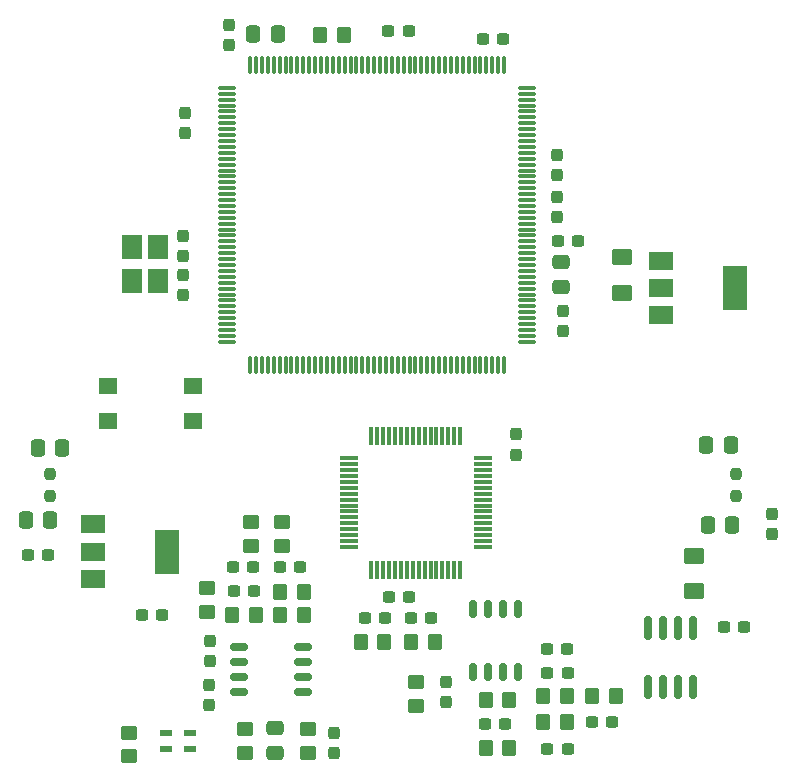
<source format=gbr>
%TF.GenerationSoftware,KiCad,Pcbnew,7.0.2*%
%TF.CreationDate,2023-11-01T23:55:43+01:00*%
%TF.ProjectId,stm_audio_board_V2,73746d5f-6175-4646-996f-5f626f617264,rev?*%
%TF.SameCoordinates,Original*%
%TF.FileFunction,Paste,Top*%
%TF.FilePolarity,Positive*%
%FSLAX46Y46*%
G04 Gerber Fmt 4.6, Leading zero omitted, Abs format (unit mm)*
G04 Created by KiCad (PCBNEW 7.0.2) date 2023-11-01 23:55:43*
%MOMM*%
%LPD*%
G01*
G04 APERTURE LIST*
G04 Aperture macros list*
%AMRoundRect*
0 Rectangle with rounded corners*
0 $1 Rounding radius*
0 $2 $3 $4 $5 $6 $7 $8 $9 X,Y pos of 4 corners*
0 Add a 4 corners polygon primitive as box body*
4,1,4,$2,$3,$4,$5,$6,$7,$8,$9,$2,$3,0*
0 Add four circle primitives for the rounded corners*
1,1,$1+$1,$2,$3*
1,1,$1+$1,$4,$5*
1,1,$1+$1,$6,$7*
1,1,$1+$1,$8,$9*
0 Add four rect primitives between the rounded corners*
20,1,$1+$1,$2,$3,$4,$5,0*
20,1,$1+$1,$4,$5,$6,$7,0*
20,1,$1+$1,$6,$7,$8,$9,0*
20,1,$1+$1,$8,$9,$2,$3,0*%
G04 Aperture macros list end*
%ADD10R,1.725000X2.100000*%
%ADD11RoundRect,0.237500X0.300000X0.237500X-0.300000X0.237500X-0.300000X-0.237500X0.300000X-0.237500X0*%
%ADD12RoundRect,0.250000X-0.350000X-0.450000X0.350000X-0.450000X0.350000X0.450000X-0.350000X0.450000X0*%
%ADD13RoundRect,0.237500X0.237500X-0.300000X0.237500X0.300000X-0.237500X0.300000X-0.237500X-0.300000X0*%
%ADD14RoundRect,0.237500X-0.237500X0.300000X-0.237500X-0.300000X0.237500X-0.300000X0.237500X0.300000X0*%
%ADD15RoundRect,0.250000X0.337500X0.475000X-0.337500X0.475000X-0.337500X-0.475000X0.337500X-0.475000X0*%
%ADD16RoundRect,0.150000X0.625000X0.150000X-0.625000X0.150000X-0.625000X-0.150000X0.625000X-0.150000X0*%
%ADD17RoundRect,0.150000X-0.150000X0.625000X-0.150000X-0.625000X0.150000X-0.625000X0.150000X0.625000X0*%
%ADD18RoundRect,0.250001X-0.624999X0.462499X-0.624999X-0.462499X0.624999X-0.462499X0.624999X0.462499X0*%
%ADD19RoundRect,0.237500X-0.300000X-0.237500X0.300000X-0.237500X0.300000X0.237500X-0.300000X0.237500X0*%
%ADD20RoundRect,0.075000X-0.675000X-0.075000X0.675000X-0.075000X0.675000X0.075000X-0.675000X0.075000X0*%
%ADD21RoundRect,0.075000X-0.075000X-0.675000X0.075000X-0.675000X0.075000X0.675000X-0.075000X0.675000X0*%
%ADD22RoundRect,0.250000X0.450000X-0.350000X0.450000X0.350000X-0.450000X0.350000X-0.450000X-0.350000X0*%
%ADD23RoundRect,0.250000X-0.450000X0.350000X-0.450000X-0.350000X0.450000X-0.350000X0.450000X0.350000X0*%
%ADD24RoundRect,0.237500X-0.237500X0.250000X-0.237500X-0.250000X0.237500X-0.250000X0.237500X0.250000X0*%
%ADD25RoundRect,0.250000X0.350000X0.450000X-0.350000X0.450000X-0.350000X-0.450000X0.350000X-0.450000X0*%
%ADD26R,1.000000X0.600000*%
%ADD27R,1.600000X1.400000*%
%ADD28RoundRect,0.150000X-0.150000X0.825000X-0.150000X-0.825000X0.150000X-0.825000X0.150000X0.825000X0*%
%ADD29RoundRect,0.075000X0.700000X0.075000X-0.700000X0.075000X-0.700000X-0.075000X0.700000X-0.075000X0*%
%ADD30RoundRect,0.075000X0.075000X0.700000X-0.075000X0.700000X-0.075000X-0.700000X0.075000X-0.700000X0*%
%ADD31RoundRect,0.250000X0.475000X-0.337500X0.475000X0.337500X-0.475000X0.337500X-0.475000X-0.337500X0*%
%ADD32R,2.000000X1.500000*%
%ADD33R,2.000000X3.800000*%
%ADD34RoundRect,0.250000X-0.475000X0.337500X-0.475000X-0.337500X0.475000X-0.337500X0.475000X0.337500X0*%
G04 APERTURE END LIST*
D10*
%TO.C,Y2*%
X193405000Y-72284000D03*
X193405000Y-75184000D03*
X195580000Y-75184000D03*
X195580000Y-72284000D03*
%TD*%
D11*
%TO.C,C39*%
X203714346Y-101487000D03*
X201989346Y-101487000D03*
%TD*%
%TO.C,C8*%
X224819500Y-54687000D03*
X223094500Y-54687000D03*
%TD*%
D12*
%TO.C,R14*%
X205931000Y-103457000D03*
X207931000Y-103457000D03*
%TD*%
D13*
%TO.C,C18*%
X219953000Y-110885500D03*
X219953000Y-109160500D03*
%TD*%
D14*
%TO.C,C38*%
X199959568Y-105676500D03*
X199959568Y-107401500D03*
%TD*%
D13*
%TO.C,C35*%
X197859000Y-62687500D03*
X197859000Y-60962500D03*
%TD*%
D14*
%TO.C,C43*%
X210495000Y-113462500D03*
X210495000Y-115187500D03*
%TD*%
D11*
%TO.C,C20*%
X230247500Y-108421000D03*
X228522500Y-108421000D03*
%TD*%
D15*
%TO.C,C69*%
X244058500Y-89057000D03*
X241983500Y-89057000D03*
%TD*%
D11*
%TO.C,C23*%
X207593500Y-99455000D03*
X205868500Y-99455000D03*
%TD*%
D12*
%TO.C,R4*%
X232353000Y-110313000D03*
X234353000Y-110313000D03*
%TD*%
D13*
%TO.C,C81*%
X225843000Y-89913500D03*
X225843000Y-88188500D03*
%TD*%
D16*
%TO.C,U2*%
X207822000Y-109986000D03*
X207822000Y-108716000D03*
X207822000Y-107446000D03*
X207822000Y-106176000D03*
X202472000Y-106176000D03*
X202472000Y-107446000D03*
X202472000Y-108716000D03*
X202472000Y-109986000D03*
%TD*%
D14*
%TO.C,C58*%
X229355000Y-68074500D03*
X229355000Y-69799500D03*
%TD*%
D17*
%TO.C,U4*%
X226018000Y-102934000D03*
X224748000Y-102934000D03*
X223478000Y-102934000D03*
X222208000Y-102934000D03*
X222208000Y-108284000D03*
X223478000Y-108284000D03*
X224748000Y-108284000D03*
X226018000Y-108284000D03*
%TD*%
D18*
%TO.C,D5*%
X234875000Y-73208500D03*
X234875000Y-76183500D03*
%TD*%
D11*
%TO.C,C27*%
X186259500Y-98365000D03*
X184534500Y-98365000D03*
%TD*%
D19*
%TO.C,C30*%
X194186500Y-103475000D03*
X195911500Y-103475000D03*
%TD*%
D11*
%TO.C,C22*%
X203648654Y-99455000D03*
X201923654Y-99455000D03*
%TD*%
D13*
%TO.C,C48*%
X247555000Y-96629976D03*
X247555000Y-94904976D03*
%TD*%
D20*
%TO.C,U1*%
X201447000Y-58846000D03*
X201447000Y-59346000D03*
X201447000Y-59846000D03*
X201447000Y-60346000D03*
X201447000Y-60846000D03*
X201447000Y-61346000D03*
X201447000Y-61846000D03*
X201447000Y-62346000D03*
X201447000Y-62846000D03*
X201447000Y-63346000D03*
X201447000Y-63846000D03*
X201447000Y-64346000D03*
X201447000Y-64846000D03*
X201447000Y-65346000D03*
X201447000Y-65846000D03*
X201447000Y-66346000D03*
X201447000Y-66846000D03*
X201447000Y-67346000D03*
X201447000Y-67846000D03*
X201447000Y-68346000D03*
X201447000Y-68846000D03*
X201447000Y-69346000D03*
X201447000Y-69846000D03*
X201447000Y-70346000D03*
X201447000Y-70846000D03*
X201447000Y-71346000D03*
X201447000Y-71846000D03*
X201447000Y-72346000D03*
X201447000Y-72846000D03*
X201447000Y-73346000D03*
X201447000Y-73846000D03*
X201447000Y-74346000D03*
X201447000Y-74846000D03*
X201447000Y-75346000D03*
X201447000Y-75846000D03*
X201447000Y-76346000D03*
X201447000Y-76846000D03*
X201447000Y-77346000D03*
X201447000Y-77846000D03*
X201447000Y-78346000D03*
X201447000Y-78846000D03*
X201447000Y-79346000D03*
X201447000Y-79846000D03*
X201447000Y-80346000D03*
D21*
X203372000Y-82271000D03*
X203872000Y-82271000D03*
X204372000Y-82271000D03*
X204872000Y-82271000D03*
X205372000Y-82271000D03*
X205872000Y-82271000D03*
X206372000Y-82271000D03*
X206872000Y-82271000D03*
X207372000Y-82271000D03*
X207872000Y-82271000D03*
X208372000Y-82271000D03*
X208872000Y-82271000D03*
X209372000Y-82271000D03*
X209872000Y-82271000D03*
X210372000Y-82271000D03*
X210872000Y-82271000D03*
X211372000Y-82271000D03*
X211872000Y-82271000D03*
X212372000Y-82271000D03*
X212872000Y-82271000D03*
X213372000Y-82271000D03*
X213872000Y-82271000D03*
X214372000Y-82271000D03*
X214872000Y-82271000D03*
X215372000Y-82271000D03*
X215872000Y-82271000D03*
X216372000Y-82271000D03*
X216872000Y-82271000D03*
X217372000Y-82271000D03*
X217872000Y-82271000D03*
X218372000Y-82271000D03*
X218872000Y-82271000D03*
X219372000Y-82271000D03*
X219872000Y-82271000D03*
X220372000Y-82271000D03*
X220872000Y-82271000D03*
X221372000Y-82271000D03*
X221872000Y-82271000D03*
X222372000Y-82271000D03*
X222872000Y-82271000D03*
X223372000Y-82271000D03*
X223872000Y-82271000D03*
X224372000Y-82271000D03*
X224872000Y-82271000D03*
D20*
X226797000Y-80346000D03*
X226797000Y-79846000D03*
X226797000Y-79346000D03*
X226797000Y-78846000D03*
X226797000Y-78346000D03*
X226797000Y-77846000D03*
X226797000Y-77346000D03*
X226797000Y-76846000D03*
X226797000Y-76346000D03*
X226797000Y-75846000D03*
X226797000Y-75346000D03*
X226797000Y-74846000D03*
X226797000Y-74346000D03*
X226797000Y-73846000D03*
X226797000Y-73346000D03*
X226797000Y-72846000D03*
X226797000Y-72346000D03*
X226797000Y-71846000D03*
X226797000Y-71346000D03*
X226797000Y-70846000D03*
X226797000Y-70346000D03*
X226797000Y-69846000D03*
X226797000Y-69346000D03*
X226797000Y-68846000D03*
X226797000Y-68346000D03*
X226797000Y-67846000D03*
X226797000Y-67346000D03*
X226797000Y-66846000D03*
X226797000Y-66346000D03*
X226797000Y-65846000D03*
X226797000Y-65346000D03*
X226797000Y-64846000D03*
X226797000Y-64346000D03*
X226797000Y-63846000D03*
X226797000Y-63346000D03*
X226797000Y-62846000D03*
X226797000Y-62346000D03*
X226797000Y-61846000D03*
X226797000Y-61346000D03*
X226797000Y-60846000D03*
X226797000Y-60346000D03*
X226797000Y-59846000D03*
X226797000Y-59346000D03*
X226797000Y-58846000D03*
D21*
X224872000Y-56921000D03*
X224372000Y-56921000D03*
X223872000Y-56921000D03*
X223372000Y-56921000D03*
X222872000Y-56921000D03*
X222372000Y-56921000D03*
X221872000Y-56921000D03*
X221372000Y-56921000D03*
X220872000Y-56921000D03*
X220372000Y-56921000D03*
X219872000Y-56921000D03*
X219372000Y-56921000D03*
X218872000Y-56921000D03*
X218372000Y-56921000D03*
X217872000Y-56921000D03*
X217372000Y-56921000D03*
X216872000Y-56921000D03*
X216372000Y-56921000D03*
X215872000Y-56921000D03*
X215372000Y-56921000D03*
X214872000Y-56921000D03*
X214372000Y-56921000D03*
X213872000Y-56921000D03*
X213372000Y-56921000D03*
X212872000Y-56921000D03*
X212372000Y-56921000D03*
X211872000Y-56921000D03*
X211372000Y-56921000D03*
X210872000Y-56921000D03*
X210372000Y-56921000D03*
X209872000Y-56921000D03*
X209372000Y-56921000D03*
X208872000Y-56921000D03*
X208372000Y-56921000D03*
X207872000Y-56921000D03*
X207372000Y-56921000D03*
X206872000Y-56921000D03*
X206372000Y-56921000D03*
X205872000Y-56921000D03*
X205372000Y-56921000D03*
X204872000Y-56921000D03*
X204372000Y-56921000D03*
X203872000Y-56921000D03*
X203372000Y-56921000D03*
%TD*%
D13*
%TO.C,C31*%
X197677000Y-73093500D03*
X197677000Y-71368500D03*
%TD*%
D18*
%TO.C,D3*%
X240937000Y-98493500D03*
X240937000Y-101468500D03*
%TD*%
D14*
%TO.C,C37*%
X197677000Y-74677834D03*
X197677000Y-76402834D03*
%TD*%
D13*
%TO.C,C78*%
X229863000Y-79451500D03*
X229863000Y-77726500D03*
%TD*%
%TO.C,C89*%
X199913000Y-111091500D03*
X199913000Y-109366500D03*
%TD*%
D12*
%TO.C,R1*%
X209328000Y-54356000D03*
X211328000Y-54356000D03*
%TD*%
D22*
%TO.C,R17*%
X202911284Y-115125000D03*
X202911284Y-113125000D03*
%TD*%
D12*
%TO.C,R8*%
X217007000Y-105741000D03*
X219007000Y-105741000D03*
%TD*%
D23*
%TO.C,R27*%
X206031000Y-95641580D03*
X206031000Y-97641580D03*
%TD*%
D12*
%TO.C,R32*%
X205931000Y-101521000D03*
X207931000Y-101521000D03*
%TD*%
%TO.C,R5*%
X228185000Y-110351000D03*
X230185000Y-110351000D03*
%TD*%
D19*
%TO.C,C60*%
X229412500Y-71845000D03*
X231137500Y-71845000D03*
%TD*%
D22*
%TO.C,R18*%
X208254142Y-115125000D03*
X208254142Y-113125000D03*
%TD*%
D11*
%TO.C,C19*%
X230247500Y-114819000D03*
X228522500Y-114819000D03*
%TD*%
D24*
%TO.C,FB4*%
X186442000Y-91550500D03*
X186442000Y-93375500D03*
%TD*%
D11*
%TO.C,C73*%
X234015500Y-112533000D03*
X232290500Y-112533000D03*
%TD*%
D25*
%TO.C,R7*%
X225315000Y-110663000D03*
X223315000Y-110663000D03*
%TD*%
D26*
%TO.C,D7*%
X196258000Y-113487000D03*
X196258000Y-114787000D03*
X198258000Y-114787000D03*
X198258000Y-113487000D03*
%TD*%
D22*
%TO.C,R31*%
X199739568Y-103213846D03*
X199739568Y-101213846D03*
%TD*%
D11*
%TO.C,C24*%
X218697500Y-103759000D03*
X216972500Y-103759000D03*
%TD*%
D23*
%TO.C,R11*%
X217391000Y-109175000D03*
X217391000Y-111175000D03*
%TD*%
D14*
%TO.C,C3*%
X229355000Y-64518500D03*
X229355000Y-66243500D03*
%TD*%
D19*
%TO.C,C21*%
X223252500Y-112709000D03*
X224977500Y-112709000D03*
%TD*%
D27*
%TO.C,SW1*%
X191369000Y-84063000D03*
X198569000Y-84063000D03*
X191369000Y-87063000D03*
X198569000Y-87063000D03*
%TD*%
D15*
%TO.C,C104*%
X187479500Y-89325000D03*
X185404500Y-89325000D03*
%TD*%
D13*
%TO.C,C12*%
X201605000Y-55223500D03*
X201605000Y-53498500D03*
%TD*%
D28*
%TO.C,7660S1*%
X240834000Y-104616000D03*
X239564000Y-104616000D03*
X238294000Y-104616000D03*
X237024000Y-104616000D03*
X237024000Y-109566000D03*
X238294000Y-109566000D03*
X239564000Y-109566000D03*
X240834000Y-109566000D03*
%TD*%
D15*
%TO.C,C1*%
X205715500Y-54250000D03*
X203640500Y-54250000D03*
%TD*%
D29*
%TO.C,U11*%
X223073000Y-97710000D03*
X223073000Y-97210000D03*
X223073000Y-96710000D03*
X223073000Y-96210000D03*
X223073000Y-95710000D03*
X223073000Y-95210000D03*
X223073000Y-94710000D03*
X223073000Y-94210000D03*
X223073000Y-93710000D03*
X223073000Y-93210000D03*
X223073000Y-92710000D03*
X223073000Y-92210000D03*
X223073000Y-91710000D03*
X223073000Y-91210000D03*
X223073000Y-90710000D03*
X223073000Y-90210000D03*
D30*
X221148000Y-88285000D03*
X220648000Y-88285000D03*
X220148000Y-88285000D03*
X219648000Y-88285000D03*
X219148000Y-88285000D03*
X218648000Y-88285000D03*
X218148000Y-88285000D03*
X217648000Y-88285000D03*
X217148000Y-88285000D03*
X216648000Y-88285000D03*
X216148000Y-88285000D03*
X215648000Y-88285000D03*
X215148000Y-88285000D03*
X214648000Y-88285000D03*
X214148000Y-88285000D03*
X213648000Y-88285000D03*
D29*
X211723000Y-90210000D03*
X211723000Y-90710000D03*
X211723000Y-91210000D03*
X211723000Y-91710000D03*
X211723000Y-92210000D03*
X211723000Y-92710000D03*
X211723000Y-93210000D03*
X211723000Y-93710000D03*
X211723000Y-94210000D03*
X211723000Y-94710000D03*
X211723000Y-95210000D03*
X211723000Y-95710000D03*
X211723000Y-96210000D03*
X211723000Y-96710000D03*
X211723000Y-97210000D03*
X211723000Y-97710000D03*
D30*
X213648000Y-99635000D03*
X214148000Y-99635000D03*
X214648000Y-99635000D03*
X215148000Y-99635000D03*
X215648000Y-99635000D03*
X216148000Y-99635000D03*
X216648000Y-99635000D03*
X217148000Y-99635000D03*
X217648000Y-99635000D03*
X218148000Y-99635000D03*
X218648000Y-99635000D03*
X219148000Y-99635000D03*
X219648000Y-99635000D03*
X220148000Y-99635000D03*
X220648000Y-99635000D03*
X221148000Y-99635000D03*
%TD*%
D23*
%TO.C,R28*%
X193109000Y-113441000D03*
X193109000Y-115441000D03*
%TD*%
D31*
%TO.C,C42*%
X205472426Y-115132500D03*
X205472426Y-113057500D03*
%TD*%
D23*
%TO.C,R30*%
X203486154Y-95599000D03*
X203486154Y-97599000D03*
%TD*%
D15*
%TO.C,C105*%
X186463500Y-95451000D03*
X184388500Y-95451000D03*
%TD*%
D19*
%TO.C,C51*%
X215092500Y-101951000D03*
X216817500Y-101951000D03*
%TD*%
D25*
%TO.C,R9*%
X214723000Y-105741000D03*
X212723000Y-105741000D03*
%TD*%
D11*
%TO.C,C50*%
X214785500Y-103759000D03*
X213060500Y-103759000D03*
%TD*%
%TO.C,C75*%
X245207500Y-104463000D03*
X243482500Y-104463000D03*
%TD*%
D15*
%TO.C,C103*%
X244172500Y-95885000D03*
X242097500Y-95885000D03*
%TD*%
D25*
%TO.C,R6*%
X230185000Y-112539000D03*
X228185000Y-112539000D03*
%TD*%
D24*
%TO.C,FB3*%
X244545000Y-91580500D03*
X244545000Y-93405500D03*
%TD*%
D32*
%TO.C,U9*%
X238144000Y-73498000D03*
X238144000Y-75798000D03*
D33*
X244444000Y-75798000D03*
D32*
X238144000Y-78098000D03*
%TD*%
D19*
%TO.C,C5*%
X215072476Y-54061000D03*
X216797476Y-54061000D03*
%TD*%
D32*
%TO.C,U5*%
X190075000Y-95813000D03*
X190075000Y-98113000D03*
D33*
X196375000Y-98113000D03*
D32*
X190075000Y-100413000D03*
%TD*%
D25*
%TO.C,R13*%
X203842136Y-103457000D03*
X201842136Y-103457000D03*
%TD*%
D34*
%TO.C,C2*%
X229684000Y-73592500D03*
X229684000Y-75667500D03*
%TD*%
D12*
%TO.C,R26*%
X223315000Y-114713000D03*
X225315000Y-114713000D03*
%TD*%
D19*
%TO.C,C90*%
X228514500Y-106389000D03*
X230239500Y-106389000D03*
%TD*%
M02*

</source>
